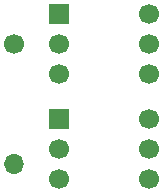
<source format=gbr>
%TF.GenerationSoftware,KiCad,Pcbnew,(5.1.6)-1*%
%TF.CreationDate,2021-10-26T16:01:37-07:00*%
%TF.ProjectId,VSS Signal Adapter,56535320-5369-4676-9e61-6c2041646170,rev?*%
%TF.SameCoordinates,Original*%
%TF.FileFunction,Soldermask,Bot*%
%TF.FilePolarity,Negative*%
%FSLAX46Y46*%
G04 Gerber Fmt 4.6, Leading zero omitted, Abs format (unit mm)*
G04 Created by KiCad (PCBNEW (5.1.6)-1) date 2021-10-26 16:01:37*
%MOMM*%
%LPD*%
G01*
G04 APERTURE LIST*
%ADD10C,1.700000*%
%ADD11R,1.700000X1.700000*%
%ADD12O,1.700000X1.700000*%
G04 APERTURE END LIST*
D10*
%TO.C,U1*%
X147320000Y-97790000D03*
X147320000Y-100330000D03*
X147320000Y-102870000D03*
X139700000Y-102870000D03*
X139700000Y-100330000D03*
D11*
X139700000Y-97790000D03*
%TD*%
D12*
%TO.C,R1*%
X135890000Y-101600000D03*
D10*
X135890000Y-91440000D03*
%TD*%
%TO.C,J1*%
X147320000Y-88900000D03*
X147320000Y-91440000D03*
X147320000Y-93980000D03*
X139700000Y-93980000D03*
X139700000Y-91440000D03*
D11*
X139700000Y-88900000D03*
%TD*%
M02*

</source>
